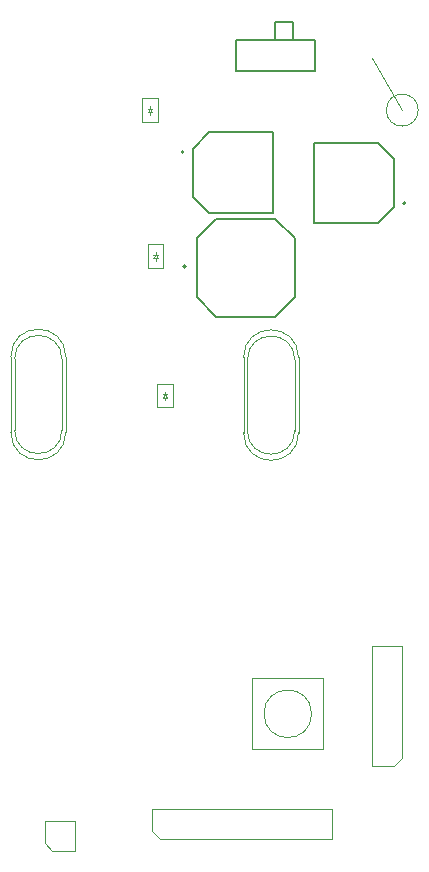
<source format=gbr>
G04 #@! TF.GenerationSoftware,KiCad,Pcbnew,5.1.6-c6e7f7d~87~ubuntu18.04.1*
G04 #@! TF.CreationDate,2020-11-02T00:43:46+05:30*
G04 #@! TF.ProjectId,Sensor_pcb_v3,53656e73-6f72-45f7-9063-625f76332e6b,rev?*
G04 #@! TF.SameCoordinates,Original*
G04 #@! TF.FileFunction,Other,Fab,Top*
%FSLAX46Y46*%
G04 Gerber Fmt 4.6, Leading zero omitted, Abs format (unit mm)*
G04 Created by KiCad (PCBNEW 5.1.6-c6e7f7d~87~ubuntu18.04.1) date 2020-11-02 00:43:46*
%MOMM*%
%LPD*%
G01*
G04 APERTURE LIST*
%ADD10C,0.100000*%
%ADD11C,0.127000*%
%ADD12C,0.200000*%
G04 APERTURE END LIST*
D10*
X37020500Y-87970400D02*
X36385500Y-87335400D01*
X51625500Y-87970400D02*
X37020500Y-87970400D01*
X51625500Y-85430400D02*
X51625500Y-87970400D01*
X36385500Y-85430400D02*
X51625500Y-85430400D01*
X36385500Y-87335400D02*
X36385500Y-85430400D01*
D11*
X46822400Y-18783200D02*
X46822400Y-20283200D01*
X48322400Y-18783200D02*
X46822400Y-18783200D01*
X48322400Y-20283200D02*
X48322400Y-18783200D01*
X50172400Y-20283200D02*
X50172400Y-22983200D01*
X43472400Y-20283200D02*
X50172400Y-20283200D01*
X43472400Y-22983200D02*
X43472400Y-20283200D01*
X50172400Y-22983200D02*
X43472400Y-22983200D01*
D10*
X37465000Y-50608800D02*
X37465000Y-50808800D01*
X37465000Y-50308800D02*
X37465000Y-50108800D01*
X37665000Y-50308800D02*
X37265000Y-50308800D01*
X37265000Y-50608800D02*
X37665000Y-50608800D01*
X37465000Y-50308800D02*
X37265000Y-50608800D01*
X37665000Y-50608800D02*
X37465000Y-50308800D01*
X36815000Y-49408800D02*
X38115000Y-49408800D01*
X36815000Y-51408800D02*
X36815000Y-49408800D01*
X38115000Y-51408800D02*
X36815000Y-51408800D01*
X38115000Y-49408800D02*
X38115000Y-51408800D01*
X36677600Y-38802900D02*
X36677600Y-39002900D01*
X36677600Y-38502900D02*
X36677600Y-38302900D01*
X36877600Y-38502900D02*
X36477600Y-38502900D01*
X36477600Y-38802900D02*
X36877600Y-38802900D01*
X36677600Y-38502900D02*
X36477600Y-38802900D01*
X36877600Y-38802900D02*
X36677600Y-38502900D01*
X36027600Y-37602900D02*
X37327600Y-37602900D01*
X36027600Y-39602900D02*
X36027600Y-37602900D01*
X37327600Y-39602900D02*
X36027600Y-39602900D01*
X37327600Y-37602900D02*
X37327600Y-39602900D01*
X56870600Y-81788000D02*
X54965600Y-81788000D01*
X54965600Y-81788000D02*
X54965600Y-71628000D01*
X54965600Y-71628000D02*
X57505600Y-71628000D01*
X57505600Y-71628000D02*
X57505600Y-81153000D01*
X57505600Y-81153000D02*
X56870600Y-81788000D01*
X27292300Y-88323420D02*
X27292300Y-86418420D01*
X27292300Y-86418420D02*
X29832300Y-86418420D01*
X29832300Y-86418420D02*
X29832300Y-88958420D01*
X29832300Y-88958420D02*
X27927300Y-88958420D01*
X27927300Y-88958420D02*
X27292300Y-88323420D01*
X36215000Y-26443300D02*
X36215000Y-26643300D01*
X36215000Y-26143300D02*
X36215000Y-25943300D01*
X36415000Y-26143300D02*
X36015000Y-26143300D01*
X36015000Y-26443300D02*
X36415000Y-26443300D01*
X36215000Y-26143300D02*
X36015000Y-26443300D01*
X36415000Y-26443300D02*
X36215000Y-26143300D01*
X35565000Y-25243300D02*
X36865000Y-25243300D01*
X35565000Y-27243300D02*
X35565000Y-25243300D01*
X36865000Y-27243300D02*
X35565000Y-27243300D01*
X36865000Y-25243300D02*
X36865000Y-27243300D01*
X58914000Y-26258500D02*
G75*
G03*
X58914000Y-26258500I-1350000J0D01*
G01*
X57564000Y-26258500D02*
X55024000Y-21859091D01*
X44454100Y-47390100D02*
X44454100Y-53390100D01*
X48454100Y-47390100D02*
X48454100Y-53390100D01*
X44129100Y-47190100D02*
X44129100Y-53590100D01*
X48779100Y-47190100D02*
X48779100Y-53590100D01*
X44454100Y-53390100D02*
G75*
G03*
X48454100Y-53390100I2000000J0D01*
G01*
X44454100Y-47390100D02*
G75*
G02*
X48454100Y-47390100I2000000J0D01*
G01*
X44129100Y-53590100D02*
G75*
G03*
X48779100Y-53590100I2325000J0D01*
G01*
X44129100Y-47190100D02*
G75*
G02*
X48779100Y-47190100I2325000J0D01*
G01*
X29071200Y-47136800D02*
X29071200Y-53536800D01*
X24421200Y-47136800D02*
X24421200Y-53536800D01*
X28746200Y-47336800D02*
X28746200Y-53336800D01*
X24746200Y-47336800D02*
X24746200Y-53336800D01*
X24421200Y-47136800D02*
G75*
G02*
X29071200Y-47136800I2325000J0D01*
G01*
X24421200Y-53536800D02*
G75*
G03*
X29071200Y-53536800I2325000J0D01*
G01*
X24746200Y-47336800D02*
G75*
G02*
X28746200Y-47336800I2000000J0D01*
G01*
X24746200Y-53336800D02*
G75*
G03*
X28746200Y-53336800I2000000J0D01*
G01*
X49885564Y-77368800D02*
G75*
G03*
X49885564Y-77368800I-2015564J0D01*
G01*
X50870000Y-80368800D02*
X47870000Y-80368800D01*
X50870000Y-74368800D02*
X50870000Y-80368800D01*
X44870000Y-74368800D02*
X50870000Y-74368800D01*
X44870000Y-80368800D02*
X44870000Y-74368800D01*
X47870000Y-80368800D02*
X44870000Y-80368800D01*
D11*
X46623200Y-28151900D02*
X46623200Y-34951900D01*
X46623200Y-34951900D02*
X41183200Y-34951900D01*
X41183200Y-34951900D02*
X39823200Y-33591900D01*
X39823200Y-33591900D02*
X39823200Y-29511900D01*
X39823200Y-29511900D02*
X41183200Y-28151900D01*
X41183200Y-28151900D02*
X46623200Y-28151900D01*
D12*
X39073200Y-29801900D02*
G75*
G03*
X39073200Y-29801900I-100000J0D01*
G01*
X57832200Y-34152800D02*
G75*
G03*
X57832200Y-34152800I-100000J0D01*
G01*
D11*
X55522200Y-35802800D02*
X50082200Y-35802800D01*
X56882200Y-34442800D02*
X55522200Y-35802800D01*
X56882200Y-30362800D02*
X56882200Y-34442800D01*
X55522200Y-29002800D02*
X56882200Y-30362800D01*
X50082200Y-29002800D02*
X55522200Y-29002800D01*
X50082200Y-35802800D02*
X50082200Y-29002800D01*
X41815400Y-43753700D02*
X40165400Y-42103700D01*
X46815400Y-43753700D02*
X41815400Y-43753700D01*
X48465400Y-42103700D02*
X46815400Y-43753700D01*
X48465400Y-37103700D02*
X48465400Y-42103700D01*
X46815400Y-35453700D02*
X48465400Y-37103700D01*
X41815400Y-35453700D02*
X46815400Y-35453700D01*
X40165400Y-37103700D02*
X41815400Y-35453700D01*
X40165400Y-42103700D02*
X40165400Y-37103700D01*
D12*
X39215400Y-39503700D02*
G75*
G03*
X39215400Y-39503700I-100000J0D01*
G01*
M02*

</source>
